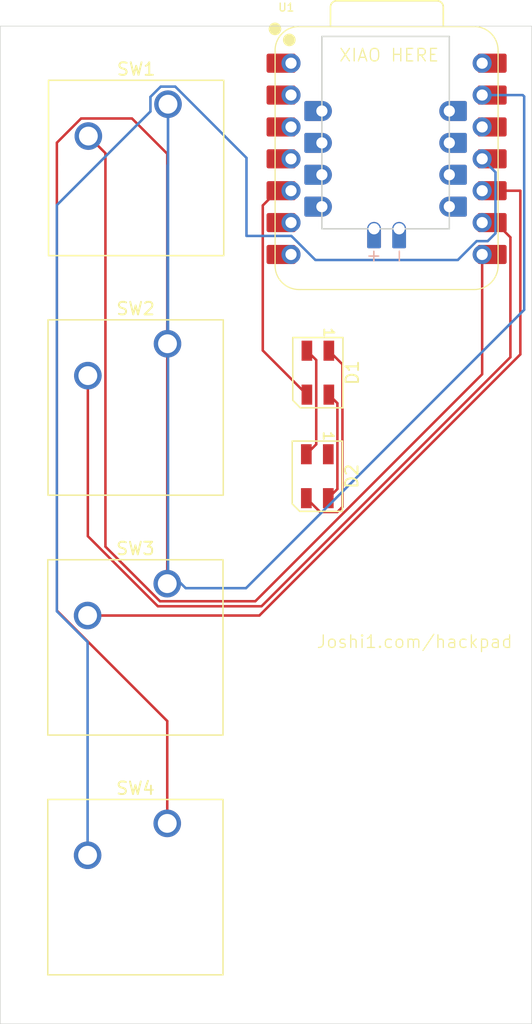
<source format=kicad_pcb>
(kicad_pcb (version 20241229) (generator "pcbnew") (generator_version "9.0")
  (layers (0 "F.Cu" signal) (2 "B.Cu" signal) (13 "F.Paste" user) (15 "B.Paste" user) (5 "F.SilkS" user "F.Silkscreen") (7 "B.SilkS" user "B.Silkscreen") (1 "F.Mask" user) (3 "B.Mask" user) (25 "Edge.Cuts" user))
  (net 0 "")
  (net 1 "Net-(D1-VSS)")
  (net 2 "Net-(D1-DOUT)")
  (net 3 "Net-(D1-DIN)")
  (net 4 "Net-(D1-VDD)")
  (net 6 "GND")
  (net 7 "Net-(U1-GPIO1{slash}RX)")
  (net 8 "Net-(U1-GPIO2{slash}SCK)")
  (net 9 "Net-(U1-GPIO4{slash}MISO)")
  (net 10 "Net-(U1-GPIO3{slash}MOSI)")
  (net 11 "+5V")
  (footprint "OPL:XIAO-RP2350-DIP" (layer "F.Cu") (at 148.28 57.1)
    (property "Reference" "U1" (at -8 -12 0) (layer "F.SilkS") (effects (font (size 0.635 0.635) (thickness 0.1016))))
    (property "Value" "XIAO-RP2040-DIP")
    (fp_line (start -8.890994 8.5725) (end -8.890994 -8.5725) (stroke (width 0.1)) (layer "F.SilkS"))
    (fp_line (start -6.985994 10.4775) (end 6.984006 10.4775) (stroke (width 0.1)) (layer "F.SilkS"))
    (fp_line (start -4.475994 -10.4865) (end -4.475278 -12.027784) (stroke (width 0.127)) (layer "F.SilkS"))
    (fp_line (start -3.975278 -12.527512) (end 4.019994 -12.527512) (stroke (width 0.127)) (layer "F.SilkS"))
    (fp_line (start 4.519994 -12.027512) (end 4.521006 -10.4835) (stroke (width 0.127)) (layer "F.SilkS"))
    (fp_line (start 6.984006 -10.4775) (end -6.985994 -10.4775) (stroke (width 0.1)) (layer "F.SilkS"))
    (fp_line (start 7.007006 -10.4745) (end -6.962994 -10.4745) (stroke (width 0.1)) (layer "F.SilkS"))
    (fp_line (start 8.889006 8.5725) (end 8.889006 -8.5725) (stroke (width 0.1)) (layer "F.SilkS"))
    (fp_arc (start -8.890994 -8.5725) (mid -8.333032 -9.919538) (end -6.985994 -10.4775) (stroke (width 0.1)) (layer "F.SilkS"))
    (fp_arc (start -6.985994 10.4775) (mid -8.333032 9.919538) (end -8.890994 8.5725) (stroke (width 0.1)) (layer "F.SilkS"))
    (fp_arc (start -4.475278 -12.027784) (mid -4.328701 -12.381119) (end -3.975278 -12.527512) (stroke (width 0.127)) (layer "F.SilkS"))
    (fp_arc (start 4.019994 -12.527512) (mid 4.373559 -12.38107) (end 4.519994 -12.027512) (stroke (width 0.127)) (layer "F.SilkS"))
    (fp_arc (start 6.984006 -10.4775) (mid 8.331044 -9.919538) (end 8.889006 -8.5725) (stroke (width 0.1)) (layer "F.SilkS"))
    (fp_arc (start 8.889006 8.5725) (mid 8.331044 9.919538) (end 6.984006 10.4775) (stroke (width 0.1)) (layer "F.SilkS"))
    (fp_circle (center -8.900994 -10.2905) (end -8.900994 -10.5445) (stroke (width 0.5)) (fill yes) (layer "F.SilkS"))
    (fp_circle (center -7.757994 -9.4105) (end -7.757994 -9.6645) (stroke (width 0.5)) (fill yes) (layer "F.SilkS"))
    (fp_line (start -1.016994 7.4295) (end -1.016994 8.1915) (stroke (width 0.12)) (layer "B.SilkS"))
    (fp_line (start -0.635994 7.8105) (end -1.397994 7.8105) (stroke (width 0.12)) (layer "B.SilkS"))
    (fp_line (start 1.015006 7.4295) (end 1.015006 8.1915) (stroke (width 0.12)) (layer "B.SilkS"))
    (fp_line (start -5.16 -9.6865) (end -5.16 5.638311) (stroke (width 0.12)) (layer "Edge.Cuts"))
    (fp_line (start -5.16 5.638311) (end 4.999006 5.638311) (stroke (width 0.12)) (layer "Edge.Cuts"))
    (fp_line (start 4.999006 -9.6865) (end -5.16 -9.6865) (stroke (width 0.12)) (layer "Edge.Cuts"))
    (fp_line (start 5 5.638311) (end 5 -9.6865) (stroke (width 0.12)) (layer "Edge.Cuts"))
    (pad "1" smd roundrect (at -8.405994 -7.5565 180) (size 2.332 1.524) (layers "F.Cu" "F.Mask") (roundrect_rratio 0.1))
    (pad "1" thru_hole circle (at -7.620994 -7.5565 180) (size 1.524 1.524) (drill 0.889) (layers "*.Cu" "*.Mask"))
    (pad "2" smd roundrect (at -8.405994 -5.0165 180) (size 2.332 1.524) (layers "F.Cu" "F.Mask") (roundrect_rratio 0.1))
    (pad "2" thru_hole circle (at -7.620994 -5.0165 180) (size 1.524 1.524) (drill 0.889) (layers "*.Cu" "*.Mask"))
    (pad "3" smd roundrect (at -8.405994 -2.4765 180) (size 2.332 1.524) (layers "F.Cu" "F.Mask") (roundrect_rratio 0.1))
    (pad "3" thru_hole circle (at -7.620994 -2.4765 180) (size 1.524 1.524) (drill 0.889) (layers "*.Cu" "*.Mask"))
    (pad "4" smd roundrect (at -8.405994 0.0635 180) (size 2.332 1.524) (layers "F.Cu" "F.Mask") (roundrect_rratio 0.1))
    (pad "4" thru_hole circle (at -7.620994 0.0635 180) (size 1.524 1.524) (drill 0.889) (layers "*.Cu" "*.Mask"))
    (pad "5" smd roundrect (at -8.405994 2.6035 180) (size 2.332 1.524) (layers "F.Cu" "F.Mask") (roundrect_rratio 0.1) (net 3 "Net-(D1-DIN)"))
    (pad "5" thru_hole circle (at -7.620994 2.6035 180) (size 1.524 1.524) (drill 0.889) (layers "*.Cu" "*.Mask") (net 3 "Net-(D1-DIN)"))
    (pad "6" smd roundrect (at -8.405994 5.1435 180) (size 2.332 1.524) (layers "F.Cu" "F.Mask") (roundrect_rratio 0.1))
    (pad "6" thru_hole circle (at -7.620994 5.1435 180) (size 1.524 1.524) (drill 0.889) (layers "*.Cu" "*.Mask"))
    (pad "7" smd roundrect (at -8.405994 7.6835 180) (size 2.332 1.524) (layers "F.Cu" "F.Mask") (roundrect_rratio 0.1))
    (pad "7" thru_hole circle (at -7.620994 7.6835 180) (size 1.524 1.524) (drill 0.889) (layers "*.Cu" "*.Mask"))
    (pad "8" thru_hole circle (at 7.619006 7.6835) (size 1.524 1.524) (drill 0.889) (layers "*.Cu" "*.Mask") (net 7 "Net-(U1-GPIO1{slash}RX)"))
    (pad "8" smd roundrect (at 8.404006 7.6835) (size 2.332 1.524) (layers "F.Cu" "F.Mask") (roundrect_rratio 0.1) (net 7 "Net-(U1-GPIO1{slash}RX)"))
    (pad "9" thru_hole circle (at 7.619006 5.1435) (size 1.524 1.524) (drill 0.889) (layers "*.Cu" "*.Mask") (net 8 "Net-(U1-GPIO2{slash}SCK)"))
    (pad "9" smd roundrect (at 8.404006 5.1435) (size 2.332 1.524) (layers "F.Cu" "F.Mask") (roundrect_rratio 0.1) (net 8 "Net-(U1-GPIO2{slash}SCK)"))
    (pad "10" thru_hole circle (at 7.619006 2.6035) (size 1.524 1.524) (drill 0.889) (layers "*.Cu" "*.Mask") (net 9 "Net-(U1-GPIO4{slash}MISO)"))
    (pad "10" smd roundrect (at 8.404006 2.6035) (size 2.332 1.524) (layers "F.Cu" "F.Mask") (roundrect_rratio 0.1) (net 9 "Net-(U1-GPIO4{slash}MISO)"))
    (pad "11" thru_hole circle (at 7.619006 0.0635) (size 1.524 1.524) (drill 0.889) (layers "*.Cu" "*.Mask") (net 10 "Net-(U1-GPIO3{slash}MOSI)"))
    (pad "11" smd roundrect (at 8.404006 0.0635) (size 2.332 1.524) (layers "F.Cu" "F.Mask") (roundrect_rratio 0.1) (net 10 "Net-(U1-GPIO3{slash}MOSI)"))
    (pad "12" thru_hole circle (at 7.619006 -2.4765) (size 1.524 1.524) (drill 0.889) (layers "*.Cu" "*.Mask"))
    (pad "12" smd roundrect (at 8.404006 -2.4765) (size 2.332 1.524) (layers "F.Cu" "F.Mask") (roundrect_rratio 0.1))
    (pad "13" thru_hole circle (at 7.619006 -5.0165) (size 1.524 1.524) (drill 0.889) (layers "*.Cu" "*.Mask") (net 6 "GND"))
    (pad "13" smd roundrect (at 8.404006 -5.0165) (size 2.332 1.524) (layers "F.Cu" "F.Mask") (roundrect_rratio 0.1) (net 6 "GND"))
    (pad "14" thru_hole circle (at 7.619006 -7.5565) (size 1.524 1.524) (drill 0.889) (layers "*.Cu" "*.Mask") (net 11 "+5V"))
    (pad "14" smd roundrect (at 8.404006 -7.5565) (size 2.332 1.524) (layers "F.Cu" "F.Mask") (roundrect_rratio 0.1) (net 11 "+5V"))
    (pad "15" thru_hole circle (at 5 -3.7465 180) (size 1.6 1.6) (drill 0.889) (layers "*.Cu" "*.Mask"))
    (pad "15" smd roundrect (at 5.699006 -3.7465) (size 1.4 1.6) (layers "F.Cu" "F.Mask") (roundrect_rratio 0.1))
    (pad "15" smd roundrect (at 5.699006 -3.7465 180) (size 1.4 1.6) (layers "B.Cu" "B.Mask" "B.Paste") (roundrect_rratio 0.1))
    (pad "16" thru_hole circle (at 5 -1.2065 180) (size 1.6 1.6) (drill 0.889) (layers "*.Cu" "*.Mask"))
    (pad "16" smd roundrect (at 5.699006 -1.2065) (size 1.4 1.6) (layers "F.Cu" "F.Mask") (roundrect_rratio 0.1))
    (pad "16" smd roundrect (at 5.699006 -1.2065 180) (size 1.4 1.6) (layers "B.Cu" "B.Mask" "B.Paste") (roundrect_rratio 0.1))
    (pad "17" thru_hole circle (at 5 1.3335 180) (size 1.6 1.6) (drill 0.889) (layers "*.Cu" "*.Mask"))
    (pad "17" smd roundrect (at 5.699006 1.3335) (size 1.4 1.6) (layers "F.Cu" "F.Mask") (roundrect_rratio 0.1))
    (pad "17" smd roundrect (at 5.699006 1.3335 180) (size 1.4 1.6) (layers "B.Cu" "B.Mask" "B.Paste") (roundrect_rratio 0.1))
    (pad "18" thru_hole circle (at 5 3.8735 180) (size 1.6 1.6) (drill 0.889) (layers "*.Cu" "*.Mask"))
    (pad "18" smd roundrect (at 5.699006 3.8735) (size 1.4 1.6) (layers "F.Cu" "F.Mask") (roundrect_rratio 0.1))
    (pad "18" smd roundrect (at 5.699006 3.8735 180) (size 1.4 1.6) (layers "B.Cu" "B.Mask" "B.Paste") (roundrect_rratio 0.1))
    (pad "19" smd roundrect (at -5.86 3.8735) (size 1.4 1.6) (layers "F.Cu" "F.Mask") (roundrect_rratio 0.1))
    (pad "19" smd roundrect (at -5.86 3.8735 180) (size 1.4 1.6) (layers "B.Cu" "B.Mask" "B.Paste") (roundrect_rratio 0.1))
    (pad "19" thru_hole circle (at -5.16 3.8735 180) (size 1.6 1.6) (drill 0.889) (layers "*.Cu" "*.Mask"))
    (pad "20" smd roundrect (at -5.86 1.3335) (size 1.4 1.6) (layers "F.Cu" "F.Mask") (roundrect_rratio 0.1))
    (pad "20" smd roundrect (at -5.86 1.3335 180) (size 1.4 1.6) (layers "B.Cu" "B.Mask" "B.Paste") (roundrect_rratio 0.1))
    (pad "20" thru_hole circle (at -5.16 1.3335 180) (size 1.6 1.6) (drill 0.889) (layers "*.Cu" "*.Mask"))
    (pad "21" smd roundrect (at -5.86 -1.2065) (size 1.4 1.6) (layers "F.Cu" "F.Mask") (roundrect_rratio 0.1))
    (pad "21" smd roundrect (at -5.86 -1.2065 180) (size 1.4 1.6) (layers "B.Cu" "B.Mask" "B.Paste") (roundrect_rratio 0.1))
    (pad "21" thru_hole circle (at -5.16 -1.2065 180) (size 1.6 1.6) (drill 0.889) (layers "*.Cu" "*.Mask"))
    (pad "22" smd roundrect (at -5.86 -3.7465) (size 1.4 1.6) (layers "F.Cu" "F.Mask") (roundrect_rratio 0.1))
    (pad "22" smd roundrect (at -5.86 -3.7465 180) (size 1.4 1.6) (layers "B.Cu" "B.Mask" "B.Paste") (roundrect_rratio 0.1))
    (pad "22" thru_hole circle (at -5.16 -3.7465 180) (size 1.6 1.6) (drill 0.889) (layers "*.Cu" "*.Mask"))
    (pad "23" thru_hole circle (at -1.000994 5.638311 180) (size 1.1 1.1) (drill 0.889) (layers "*.Cu" "*.Mask"))
    (pad "23" smd roundrect (at -1.000994 6.3935 270) (size 1.6 1.1) (layers "F.Cu" "F.Mask") (roundrect_rratio 0.1))
    (pad "23" smd roundrect (at -1.000994 6.3935 270) (size 1.6 1.1) (layers "B.Cu" "B.Mask" "B.Paste") (roundrect_rratio 0.1))
    (pad "24" thru_hole circle (at 0.999006 5.638311 180) (size 1.1 1.1) (drill 0.889) (layers "*.Cu" "*.Mask"))
    (pad "24" smd roundrect (at 0.999006 6.3935 270) (size 1.6 1.1) (layers "F.Cu" "F.Mask") (roundrect_rratio 0.1))
    (pad "24" smd roundrect (at 0.999006 6.3935 270) (size 1.6 1.1) (layers "B.Cu" "B.Mask" "B.Paste") (roundrect_rratio 0.1))
  )
  (footprint "Button_Switch_Keyboard:SW_Cherry_MX_1.00u_PCB" (layer "F.Cu") (at 130.79 91.01)
    (property "Reference" "SW3" (at -2.54 -2.794 0) (layer "F.SilkS"))
    (property "Value" "SW_Push")
    (fp_line (start -9.525 -1.905) (end 4.445 -1.905) (stroke (width 0.12)) (layer "F.SilkS"))
    (fp_line (start -9.525 12.065) (end -9.525 -1.905) (stroke (width 0.12)) (layer "F.SilkS"))
    (fp_line (start 4.445 -1.905) (end 4.445 12.065) (stroke (width 0.12)) (layer "F.SilkS"))
    (fp_line (start 4.445 12.065) (end -9.525 12.065) (stroke (width 0.12)) (layer "F.SilkS"))
    (pad "" np_thru_hole circle (at -7.62 5.08) (size 1.7 1.7) (drill 1.7) (layers "*.Cu" "*.Mask"))
    (pad "" np_thru_hole circle (at -2.54 5.08) (size 4 4) (drill 4) (layers "*.Cu" "*.Mask"))
    (pad "" np_thru_hole circle (at 2.54 5.08) (size 1.7 1.7) (drill 1.7) (layers "*.Cu" "*.Mask"))
    (pad "1" thru_hole circle (at 0 0) (size 2.2 2.2) (drill 1.5) (layers "*.Cu" "*.Mask") (net 6 "GND"))
    (pad "2" thru_hole circle (at -6.35 2.54) (size 2.2 2.2) (drill 1.5) (layers "*.Cu" "*.Mask") (net 9 "Net-(U1-GPIO4{slash}MISO)"))
  )
  (footprint "LED_SMD:LED_SK6812MINI_PLCC4_3.5x3.5mm_P1.75mm" (layer "F.Cu") (at 142.8 74.2 -90)
    (property "Reference" "D1" (at 0 -2.75 90) (layer "F.SilkS"))
    (property "Value" "SK6812MINI")
    (fp_line (start -2.8 2) (end 2.2 2) (stroke (width 0.12)) (layer "F.SilkS"))
    (fp_line (start 2.8 1.4) (end 2.2 2) (stroke (width 0.12)) (layer "F.SilkS"))
    (fp_line (start 2.8 1.4) (end 2.8 -2) (stroke (width 0.12)) (layer "F.SilkS"))
    (fp_line (start -2.8 -2) (end -2.8 2) (stroke (width 0.12)) (layer "F.SilkS"))
    (fp_line (start -2.8 -2) (end 2.8 -2) (stroke (width 0.12)) (layer "F.SilkS"))
    (fp_text user "1" (at -3.2 -0.875 270) (layer "F.SilkS") (effects (font (size 0.8 0.8))))
    (pad "1" smd rect (at -1.75 -0.875 270) (size 1.6 0.85) (layers "F.Cu" "F.Mask" "F.Paste") (net 2 "Net-(D1-DOUT)"))
    (pad "2" smd rect (at -1.75 0.875 270) (size 1.6 0.85) (layers "F.Cu" "F.Mask" "F.Paste") (net 1 "Net-(D1-VSS)"))
    (pad "3" smd rect (at 1.75 0.875 270) (size 1.6 0.85) (layers "F.Cu" "F.Mask" "F.Paste") (net 3 "Net-(D1-DIN)"))
    (pad "4" smd rect (at 1.75 -0.875 270) (size 1.6 0.85) (layers "F.Cu" "F.Mask" "F.Paste") (net 4 "Net-(D1-VDD)"))
  )
  (footprint "LED_SMD:LED_SK6812MINI_PLCC4_3.5x3.5mm_P1.75mm" (layer "F.Cu") (at 142.755 82.45 -90)
    (property "Reference" "D2" (at 0 -2.75 90) (layer "F.SilkS"))
    (property "Value" "SK6812MINI")
    (fp_line (start -2.8 2) (end 2.2 2) (stroke (width 0.12)) (layer "F.SilkS"))
    (fp_line (start 2.8 1.4) (end 2.2 2) (stroke (width 0.12)) (layer "F.SilkS"))
    (fp_line (start 2.8 1.4) (end 2.8 -2) (stroke (width 0.12)) (layer "F.SilkS"))
    (fp_line (start -2.8 -2) (end -2.8 2) (stroke (width 0.12)) (layer "F.SilkS"))
    (fp_line (start -2.8 -2) (end 2.8 -2) (stroke (width 0.12)) (layer "F.SilkS"))
    (fp_text user "1" (at -3.2 -0.875 270) (layer "F.SilkS") (effects (font (size 0.8 0.8))))
    (pad "1" smd rect (at -1.75 -0.875 270) (size 1.6 0.85) (layers "F.Cu" "F.Mask" "F.Paste"))
    (pad "2" smd rect (at -1.75 0.875 270) (size 1.6 0.85) (layers "F.Cu" "F.Mask" "F.Paste") (net 1 "Net-(D1-VSS)"))
    (pad "3" smd rect (at 1.75 0.875 270) (size 1.6 0.85) (layers "F.Cu" "F.Mask" "F.Paste") (net 2 "Net-(D1-DOUT)"))
    (pad "4" smd rect (at 1.75 -0.875 270) (size 1.6 0.85) (layers "F.Cu" "F.Mask" "F.Paste") (net 4 "Net-(D1-VDD)"))
  )
  (footprint "Button_Switch_Keyboard:SW_Cherry_MX_1.00u_PCB" (layer "F.Cu") (at 130.81 71.89625)
    (property "Reference" "SW2" (at -2.54 -2.794 0) (layer "F.SilkS"))
    (property "Value" "SW_Push")
    (fp_line (start -9.525 -1.905) (end 4.445 -1.905) (stroke (width 0.12)) (layer "F.SilkS"))
    (fp_line (start -9.525 12.065) (end -9.525 -1.905) (stroke (width 0.12)) (layer "F.SilkS"))
    (fp_line (start 4.445 -1.905) (end 4.445 12.065) (stroke (width 0.12)) (layer "F.SilkS"))
    (fp_line (start 4.445 12.065) (end -9.525 12.065) (stroke (width 0.12)) (layer "F.SilkS"))
    (pad "" np_thru_hole circle (at -7.62 5.08) (size 1.7 1.7) (drill 1.7) (layers "*.Cu" "*.Mask"))
    (pad "" np_thru_hole circle (at -2.54 5.08) (size 4 4) (drill 4) (layers "*.Cu" "*.Mask"))
    (pad "" np_thru_hole circle (at 2.54 5.08) (size 1.7 1.7) (drill 1.7) (layers "*.Cu" "*.Mask"))
    (pad "1" thru_hole circle (at 0 0) (size 2.2 2.2) (drill 1.5) (layers "*.Cu" "*.Mask") (net 6 "GND"))
    (pad "2" thru_hole circle (at -6.35 2.54) (size 2.2 2.2) (drill 1.5) (layers "*.Cu" "*.Mask") (net 8 "Net-(U1-GPIO2{slash}SCK)"))
  )
  (footprint "Button_Switch_Keyboard:SW_Cherry_MX_1.00u_PCB" (layer "F.Cu") (at 130.79 110.11)
    (property "Reference" "SW4" (at -2.54 -2.794 0) (layer "F.SilkS"))
    (property "Value" "SW_Push")
    (fp_line (start -9.525 -1.905) (end 4.445 -1.905) (stroke (width 0.12)) (layer "F.SilkS"))
    (fp_line (start -9.525 12.065) (end -9.525 -1.905) (stroke (width 0.12)) (layer "F.SilkS"))
    (fp_line (start 4.445 -1.905) (end 4.445 12.065) (stroke (width 0.12)) (layer "F.SilkS"))
    (fp_line (start 4.445 12.065) (end -9.525 12.065) (stroke (width 0.12)) (layer "F.SilkS"))
    (pad "" np_thru_hole circle (at -7.62 5.08) (size 1.7 1.7) (drill 1.7) (layers "*.Cu" "*.Mask"))
    (pad "" np_thru_hole circle (at -2.54 5.08) (size 4 4) (drill 4) (layers "*.Cu" "*.Mask"))
    (pad "" np_thru_hole circle (at 2.54 5.08) (size 1.7 1.7) (drill 1.7) (layers "*.Cu" "*.Mask"))
    (pad "1" thru_hole circle (at 0 0) (size 2.2 2.2) (drill 1.5) (layers "*.Cu" "*.Mask") (net 6 "GND"))
    (pad "2" thru_hole circle (at -6.35 2.54) (size 2.2 2.2) (drill 1.5) (layers "*.Cu" "*.Mask") (net 10 "Net-(U1-GPIO3{slash}MOSI)"))
  )
  (footprint "Button_Switch_Keyboard:SW_Cherry_MX_1.00u_PCB" (layer "F.Cu") (at 130.85 52.81)
    (property "Reference" "SW1" (at -2.54 -2.794 0) (layer "F.SilkS"))
    (property "Value" "SW_Push")
    (fp_line (start -9.525 -1.905) (end 4.445 -1.905) (stroke (width 0.12)) (layer "F.SilkS"))
    (fp_line (start -9.525 12.065) (end -9.525 -1.905) (stroke (width 0.12)) (layer "F.SilkS"))
    (fp_line (start 4.445 -1.905) (end 4.445 12.065) (stroke (width 0.12)) (layer "F.SilkS"))
    (fp_line (start 4.445 12.065) (end -9.525 12.065) (stroke (width 0.12)) (layer "F.SilkS"))
    (pad "" np_thru_hole circle (at -7.62 5.08) (size 1.7 1.7) (drill 1.7) (layers "*.Cu" "*.Mask"))
    (pad "" np_thru_hole circle (at -2.54 5.08) (size 4 4) (drill 4) (layers "*.Cu" "*.Mask"))
    (pad "" np_thru_hole circle (at 2.54 5.08) (size 1.7 1.7) (drill 1.7) (layers "*.Cu" "*.Mask"))
    (pad "1" thru_hole circle (at 0 0) (size 2.2 2.2) (drill 1.5) (layers "*.Cu" "*.Mask") (net 6 "GND"))
    (pad "2" thru_hole circle (at -6.35 2.54) (size 2.2 2.2) (drill 1.5) (layers "*.Cu" "*.Mask") (net 7 "Net-(U1-GPIO1{slash}RX)"))
  )
  (gr_rect (start 117.48 46.59) (end 159.85 126.08) (stroke (width 0.05)) (fill no) (layer "Edge.Cuts"))
  (gr_text "Joshi1.com/hackpad" (at 142.64 96.22 0) (layer "F.SilkS") (effects (font (size 1 1) (thickness 0.1)) (justify left bottom)))
  (gr_text "XIAO HERE" (at 144.44 49.49 0) (layer "F.SilkS") (effects (font (size 1 1) (thickness 0.1)) (justify left bottom)))
  (segment (start 142.67 73.195) (end 142.67 79.91) (width 0.2) (layer "F.Cu") (net 1))
  (segment (start 141.925 72.45) (end 142.67 73.195) (width 0.2) (layer "F.Cu") (net 1))
  (segment (start 142.67 79.91) (end 141.88 80.7) (width 0.2) (layer "F.Cu") (net 1))
  (segment (start 143.675 72.45) (end 144.757 73.532) (width 0.2) (layer "F.Cu") (net 2))
  (segment (start 142.981 85.301) (end 141.88 84.2) (width 0.2) (layer "F.Cu") (net 2))
  (segment (start 144.757 73.532) (end 144.757 84.9) (width 0.2) (layer "F.Cu") (net 2))
  (segment (start 144.356 85.301) (end 142.981 85.301) (width 0.2) (layer "F.Cu") (net 2))
  (segment (start 144.757 84.9) (end 144.356 85.301) (width 0.2) (layer "F.Cu") (net 2))
  (segment (start 139.581376 59.7035) (end 140.659006 59.7035) (width 0.2) (layer "F.Cu") (net 3))
  (segment (start 141.925 75.95) (end 138.407006 72.432006) (width 0.2) (layer "F.Cu") (net 3))
  (segment (start 138.407006 72.432006) (end 138.407006 60.87787) (width 0.2) (layer "F.Cu") (net 3))
  (segment (start 138.407006 60.87787) (end 139.581376 59.7035) (width 0.2) (layer "F.Cu") (net 3))
  (segment (start 144.356 83.474) (end 144.356 76.631) (width 0.2) (layer "F.Cu") (net 4))
  (segment (start 144.356 76.631) (end 143.675 75.95) (width 0.2) (layer "F.Cu") (net 4))
  (segment (start 143.63 84.2) (end 144.356 83.474) (width 0.2) (layer "F.Cu") (net 4))
  (segment (start 121.989 93.153816) (end 130.79 101.954816) (width 0.2) (layer "F.Cu") (net 6))
  (segment (start 130.81 71.89625) (end 130.81 90.99) (width 0.2) (layer "F.Cu") (net 6))
  (segment (start 130.79 101.954816) (end 130.79 110.11) (width 0.2) (layer "F.Cu") (net 6))
  (segment (start 130.81 90.99) (end 130.79 91.01) (width 0.2) (layer "F.Cu") (net 6))
  (segment (start 123.919686 53.949) (end 121.989 55.879686) (width 0.2) (layer "F.Cu") (net 6))
  (segment (start 121.989 55.879686) (end 121.989 93.153816) (width 0.2) (layer "F.Cu") (net 6))
  (segment (start 130.79 56.76) (end 127.979 53.949) (width 0.2) (layer "F.Cu") (net 6))
  (segment (start 130.79 91.01) (end 130.79 56.76) (width 0.2) (layer "F.Cu") (net 6))
  (segment (start 127.979 53.949) (end 123.919686 53.949) (width 0.2) (layer "F.Cu") (net 6))
  (segment (start 130.81 57.68) (end 130.81 71.89625) (width 0.2) (layer "B.Cu") (net 6))
  (segment (start 130.85 90.95) (end 130.79 91.01) (width 0.2) (layer "B.Cu") (net 6))
  (segment (start 137.07 91.37) (end 159.249 69.191) (width 0.2) (layer "B.Cu") (net 6))
  (segment (start 130.85 89.96) (end 132.26 91.37) (width 0.2) (layer "B.Cu") (net 6))
  (segment (start 130.85 52.81) (end 130.85 89.96) (width 0.2) (layer "B.Cu") (net 6))
  (segment (start 159.1325 52.0835) (end 155.899006 52.0835) (width 0.2) (layer "B.Cu") (net 6))
  (segment (start 130.85 52.81) (end 130.85 57.64) (width 0.2) (layer "B.Cu") (net 6))
  (segment (start 159.249 69.191) (end 159.249 52.2) (width 0.2) (layer "B.Cu") (net 6))
  (segment (start 159.249 52.2) (end 159.1325 52.0835) (width 0.2) (layer "B.Cu") (net 6))
  (segment (start 130.85 57.64) (end 130.81 57.68) (width 0.2) (layer "B.Cu") (net 6))
  (segment (start 130.85 52.81) (end 130.85 90.95) (width 0.2) (layer "B.Cu") (net 6))
  (segment (start 132.26 91.37) (end 137.07 91.37) (width 0.2) (layer "B.Cu") (net 6))
  (segment (start 155.899006 64.7835) (end 155.899006 74.325094) (width 0.2) (layer "F.Cu") (net 7))
  (segment (start 155.899006 74.325094) (end 137.8131 92.411) (width 0.2) (layer "F.Cu") (net 7))
  (segment (start 137.8131 92.411) (end 130.209686 92.411) (width 0.2) (layer "F.Cu") (net 7))
  (segment (start 125.861 56.711) (end 124.5 55.35) (width 0.2) (layer "F.Cu") (net 7))
  (segment (start 125.861 88.062314) (end 125.861 56.711) (width 0.2) (layer "F.Cu") (net 7))
  (segment (start 130.209686 92.411) (end 125.861 88.062314) (width 0.2) (layer "F.Cu") (net 7))
  (segment (start 138.30647 92.812) (end 130.043586 92.812) (width 0.2) (layer "F.Cu") (net 8))
  (segment (start 158.151006 63.41787) (end 158.151006 72.967464) (width 0.2) (layer "F.Cu") (net 8))
  (segment (start 130.043586 92.812) (end 124.46 87.228414) (width 0.2) (layer "F.Cu") (net 8))
  (segment (start 158.151006 72.967464) (end 138.30647 92.812) (width 0.2) (layer "F.Cu") (net 8))
  (segment (start 156.976636 62.2435) (end 158.151006 63.41787) (width 0.2) (layer "F.Cu") (net 8))
  (segment (start 155.899006 62.2435) (end 156.976636 62.2435) (width 0.2) (layer "F.Cu") (net 8))
  (segment (start 124.46 87.228414) (end 124.46 74.43625) (width 0.2) (layer "F.Cu") (net 8))
  (segment (start 158.9435 59.7035) (end 158.9435 72.74207) (width 0.2) (layer "F.Cu") (net 9))
  (segment (start 138.13557 93.55) (end 124.44 93.55) (width 0.2) (layer "F.Cu") (net 9))
  (segment (start 155.899006 59.7035) (end 158.9435 59.7035) (width 0.2) (layer "F.Cu") (net 9))
  (segment (start 158.9435 72.74207) (end 138.13557 93.55) (width 0.2) (layer "F.Cu") (net 9))
  (segment (start 140.685316 63.3065) (end 137.10803 63.3065) (width 0.2) (layer "B.Cu") (net 10))
  (segment (start 155.458696 63.7205) (end 153.955386 65.22381) (width 0.2) (layer "B.Cu") (net 10))
  (segment (start 137.10803 63.3065) (end 137.10803 57.086716) (width 0.2) (layer "B.Cu") (net 10))
  (segment (start 156.339316 63.7205) (end 155.458696 63.7205) (width 0.2) (layer "B.Cu") (net 10))
  (segment (start 121.989 60.850314) (end 121.989 93.21053) (width 0.2) (layer "B.Cu") (net 10))
  (segment (start 153.955386 65.22381) (end 142.602626 65.22381) (width 0.2) (layer "B.Cu") (net 10))
  (segment (start 142.602626 65.22381) (end 140.685316 63.3065) (width 0.2) (layer "B.Cu") (net 10))
  (segment (start 129.449 52.229686) (end 129.449 53.390314) (width 0.2) (layer "B.Cu") (net 10))
  (segment (start 156.962006 63.09781) (end 156.339316 63.7205) (width 0.2) (layer "B.Cu") (net 10))
  (segment (start 137.10803 57.086716) (end 131.430314 51.409) (width 0.2) (layer "B.Cu") (net 10))
  (segment (start 129.449 53.390314) (end 121.989 60.850314) (width 0.2) (layer "B.Cu") (net 10))
  (segment (start 130.269686 51.409) (end 129.449 52.229686) (width 0.2) (layer "B.Cu") (net 10))
  (segment (start 131.430314 51.409) (end 130.269686 51.409) (width 0.2) (layer "B.Cu") (net 10))
  (segment (start 124.44 95.66153) (end 124.44 112.65) (width 0.2) (layer "B.Cu") (net 10))
  (segment (start 155.899006 57.1635) (end 156.962006 58.2265) (width 0.2) (layer "B.Cu") (net 10))
  (segment (start 121.989 93.21053) (end 124.44 95.66153) (width 0.2) (layer "B.Cu") (net 10))
  (segment (start 156.962006 58.2265) (end 156.962006 63.09781) (width 0.2) (layer "B.Cu") (net 10))
)
</source>
